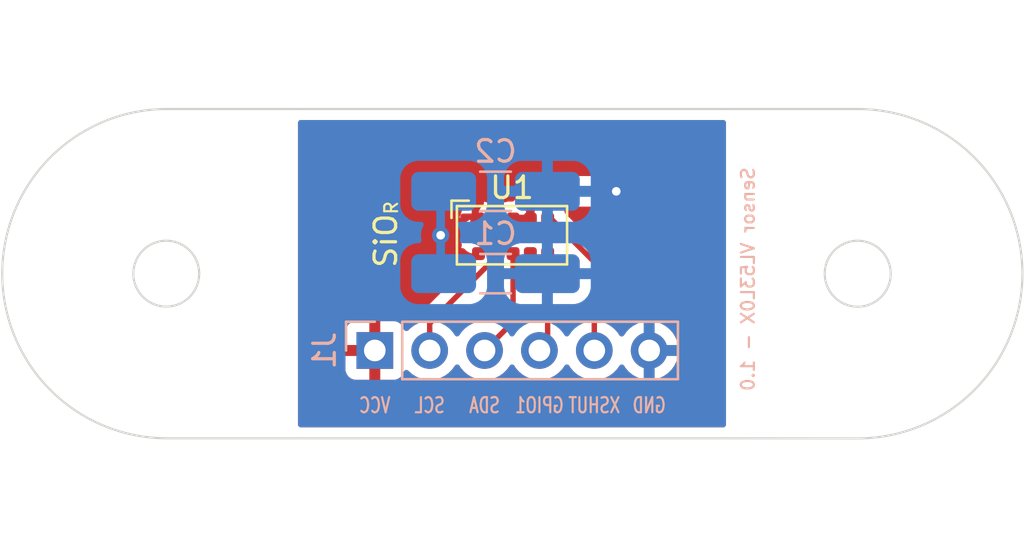
<source format=kicad_pcb>
(kicad_pcb (version 20211014) (generator pcbnew)
  (layers (0 "F.Cu" signal) (31 "B.Cu" signal) (34 "B.Paste" user) (35 "F.Paste" user) (36 "B.SilkS" user "B.Silkscreen") (37 "F.SilkS" user "F.Silkscreen") (38 "B.Mask" user) (39 "F.Mask" user) (44 "Edge.Cuts" user))
  (net 0 "")
  (net 1 "+3V3")
  (net 2 "GND")
  (net 3 "/XSHUT")
  (net 4 "/SCL")
  (net 5 "/SDA")
  (net 6 "/GPIO1")
  (footprint "Sensor_Distance:ST_VL53L1x" (layer "F.Cu") (at 148.59 98.298)
    (fp_text reference "U1" (at 0 -2.2) (layer "F.SilkS"))
    (fp_text value "VL53L1CXV0FY1")
    (fp_line (start 2.55 1.35) (end 2.55 -1.35) (layer "F.SilkS") (width 0.12))
    (fp_line (start -2.55 -1.35) (end -2.55 1.35) (layer "F.SilkS") (width 0.12))
    (fp_line (start 2.55 -1.35) (end -2.55 -1.35) (layer "F.SilkS") (width 0.12))
    (fp_line (start -2.8 -0.8) (end -2.8 -1.6) (layer "F.SilkS") (width 0.12))
    (fp_line (start -2.55 1.35) (end 2.55 1.35) (layer "F.SilkS") (width 0.12))
    (fp_line (start -2.8 -1.6) (end -2 -1.6) (layer "F.SilkS") (width 0.12))
    (pad "1" smd roundrect (at -1.69 -0.625) (size 0.48 0.35) (layers "F.Cu" "F.Paste" "F.Mask") (net 1 "+3V3"))
    (pad "1" smd roundrect (at -1.55 -0.75) (size 0.6 0.6) (layers "F.Cu" "F.Paste" "F.Mask") (net 1 "+3V3"))
    (pad "2" smd roundrect (at -0.75 -0.75) (size 0.6 0.6) (layers "F.Cu" "F.Paste" "F.Mask") (net 2 "GND"))
    (pad "3" smd roundrect (at 0.05 -0.75) (size 0.6 0.6) (layers "F.Cu" "F.Paste" "F.Mask") (net 2 "GND"))
    (pad "4" smd roundrect (at 0.85 -0.75) (size 0.6 0.6) (layers "F.Cu" "F.Paste" "F.Mask") (net 2 "GND"))
    (pad "5" smd roundrect (at 1.65 -0.75) (size 0.6 0.6) (layers "F.Cu" "F.Paste" "F.Mask") (net 3 "/XSHUT"))
    (pad "6" smd roundrect (at 1.65 0.05) (size 0.6 0.6) (layers "F.Cu" "F.Paste" "F.Mask") (net 2 "GND"))
    (pad "7" smd roundrect (at 1.65 0.85) (size 0.6 0.6) (layers "F.Cu" "F.Paste" "F.Mask") (net 6 "/GPIO1"))
    (pad "8" smd roundrect (at 0.85 0.85) (size 0.6 0.6) (layers "F.Cu" "F.Paste" "F.Mask"))
    (pad "9" smd roundrect (at 0.05 0.85) (size 0.6 0.6) (layers "F.Cu" "F.Paste" "F.Mask") (net 5 "/SDA"))
    (pad "10" smd roundrect (at -0.75 0.85) (size 0.6 0.6) (layers "F.Cu" "F.Paste" "F.Mask") (net 4 "/SCL"))
    (pad "11" smd roundrect (at -1.55 0.85) (size 0.6 0.6) (layers "F.Cu" "F.Paste" "F.Mask") (net 1 "+3V3"))
    (pad "12" smd roundrect (at -1.55 0.05) (size 0.6 0.6) (layers "F.Cu" "F.Paste" "F.Mask") (net 2 "GND"))
  )
  (footprint "Capacitor_SMD:C_1206_3216Metric_Pad1.33x1.80mm_HandSolder" (layer "B.Cu") (at 147.828 100.076 180)
    (fp_text reference "C1" (at 0 1.85) (layer "B.SilkS") (effects (justify mirror)))
    (fp_text value "100 nF")
    (fp_line (start -0.711252 -0.91) (end 0.711252 -0.91) (layer "B.SilkS") (width 0.12))
    (fp_line (start -0.711252 0.91) (end 0.711252 0.91) (layer "B.SilkS") (width 0.12))
    (pad "1" smd roundrect (at -2.4 0 180) (size 3 1.8) (layers "B.Cu" "B.Paste" "B.Mask") (roundrect_rratio 0.1886788889) (net 2 "GND"))
    (pad "2" smd roundrect (at 2.4 0 180) (size 3 1.8) (layers "B.Cu" "B.Paste" "B.Mask") (roundrect_rratio 0.1886788889) (net 1 "+3V3"))
  )
  (footprint "Capacitor_SMD:C_1206_3216Metric_Pad1.33x1.80mm_HandSolder" (layer "B.Cu") (at 147.828 96.266 180)
    (fp_text reference "C2" (at 0 1.85) (layer "B.SilkS") (effects (justify mirror)))
    (fp_text value "10 uF")
    (fp_line (start -0.711252 -0.91) (end 0.711252 -0.91) (layer "B.SilkS") (width 0.12))
    (fp_line (start -0.711252 0.91) (end 0.711252 0.91) (layer "B.SilkS") (width 0.12))
    (pad "1" smd roundrect (at -2.4 0 180) (size 3 1.8) (layers "B.Cu" "B.Paste" "B.Mask") (roundrect_rratio 0.1886788889) (net 2 "GND"))
    (pad "2" smd roundrect (at 2.4 0 180) (size 3 1.8) (layers "B.Cu" "B.Paste" "B.Mask") (roundrect_rratio 0.1886788889) (net 1 "+3V3"))
  )
  (footprint "Connector_PinHeader_2.54mm:PinHeader_1x06_P2.54mm_Vertical" (layer "B.Cu") (at 142.24 103.632 -90)
    (fp_text reference "J1" (at 0 2.33 -270) (layer "B.SilkS") (effects (justify mirror)))
    (fp_text value "Conn_01x06")
    (fp_line (start -1.33 -1.27) (end 1.33 -1.27) (layer "B.SilkS") (width 0.12))
    (fp_line (start 1.33 -1.27) (end 1.33 -14.03) (layer "B.SilkS") (width 0.12))
    (fp_line (start -1.33 1.33) (end 0 1.33) (layer "B.SilkS") (width 0.12))
    (fp_line (start -1.33 -14.03) (end 1.33 -14.03) (layer "B.SilkS") (width 0.12))
    (fp_line (start -1.33 0) (end -1.33 1.33) (layer "B.SilkS") (width 0.12))
    (fp_line (start -1.33 -1.27) (end -1.33 -14.03) (layer "B.SilkS") (width 0.12))
    (pad "1" thru_hole rect (at 0 0 270) (size 1.7 1.7) (drill 1) (layers *.Cu *.Mask) (net 1 "+3V3"))
    (pad "2" thru_hole oval (at 0 -2.54 270) (size 1.7 1.7) (drill 1) (layers *.Cu *.Mask) (net 4 "/SCL"))
    (pad "3" thru_hole oval (at 0 -5.08 270) (size 1.7 1.7) (drill 1) (layers *.Cu *.Mask) (net 5 "/SDA"))
    (pad "4" thru_hole oval (at 0 -7.62 270) (size 1.7 1.7) (drill 1) (layers *.Cu *.Mask) (net 6 "/GPIO1"))
    (pad "5" thru_hole oval (at 0 -10.16 270) (size 1.7 1.7) (drill 1) (layers *.Cu *.Mask) (net 3 "/XSHUT"))
    (pad "6" thru_hole oval (at 0 -12.7 270) (size 1.7 1.7) (drill 1) (layers *.Cu *.Mask) (net 2 "GND"))
  )
  (gr_arc (start 164.110069 98.630208) (mid 164.347888 98.571717) (end 164.592 98.552001) (layer "Edge.Cuts") (width 0.1))
  (gr_arc (start 134.112 100.076) (mid 131.083679 100.32012) (end 134.033793 99.594069) (layer "Edge.Cuts") (width 0.1))
  (gr_line (start 164.592 107.701738) (end 158.496 107.696) (layer "Edge.Cuts") (width 0.1))
  (gr_arc (start 164.592 92.456) (mid 172.215336 100.078869) (end 164.592 107.701738) (layer "Edge.Cuts") (width 0.1))
  (gr_arc (start 134.033792 99.594069) (mid 134.09232 99.831882) (end 134.111999 100.076) (layer "Edge.Cuts") (width 0.1))
  (gr_arc (start 132.588 107.696) (mid 124.968 100.076) (end 132.588 92.456) (layer "Edge.Cuts") (width 0.1))
  (gr_arc (start 164.592 98.552) (mid 164.837046 101.586022) (end 164.110069 98.630207) (layer "Edge.Cuts") (width 0.1))
  (gr_line (start 164.592 92.456) (end 158.496 92.456) (layer "Edge.Cuts") (width 0.1))
  (gr_line (start 138.684 107.696) (end 158.496 107.696) (layer "Edge.Cuts") (width 0.1))
  (gr_line (start 132.588 92.456) (end 138.684 92.456) (layer "Edge.Cuts") (width 0.1))
  (gr_line (start 138.684 92.456) (end 158.496 92.456) (layer "Edge.Cuts") (width 0.1))
  (gr_line (start 132.588 107.696) (end 138.684 107.696) (layer "Edge.Cuts") (width 0.1))
  (gr_text "SCL" (at 144.78 106.172) (layer "B.SilkS") (effects (font (size 0.7 0.5) (thickness 0.1)) (justify mirror)))
  (gr_text "Sensor VL53L0X - 1.0" (at 159.512 100.33 90) (layer "B.SilkS") (effects (font (size 0.6 0.6) (thickness 0.1)) (justify mirror)))
  (gr_text "XSHUT" (at 152.4 106.172) (layer "B.SilkS") (effects (font (size 0.7 0.5) (thickness 0.1)) (justify mirror)))
  (gr_text "SDA" (at 147.32 106.172) (layer "B.SilkS") (effects (font (size 0.7 0.5) (thickness 0.1)) (justify mirror)))
  (gr_text "VCC" (at 142.24 106.172) (layer "B.SilkS") (effects (font (size 0.7 0.5) (thickness 0.1)) (justify mirror)))
  (gr_text "GND" (at 154.94 106.172) (layer "B.SilkS") (effects (font (size 0.7 0.5) (thickness 0.1)) (justify mirror)))
  (gr_text "GPIO1" (at 149.86 106.172) (layer "B.SilkS") (effects (font (size 0.7 0.5) (thickness 0.1)) (justify mirror)))
  (gr_text "SiO" (at 142.748 98.552 90) (layer "F.SilkS") (effects (font (size 1 1))))
  (gr_text "R" (at 143.002 97.028 90) (layer "F.SilkS") (effects (font (size 0.6 0.6) (thickness 0.1))))
  (via (at 145.288 98.298) (size 0.8) (drill 0.4) (layers "F.Cu" "B.Cu") (net 1))
  (segment (start 145.288 98.298) (end 145.288 99.936) (width 0.4) (layer "B.Cu") (net 1))
  (segment (start 145.288 96.406) (end 145.428 96.266) (width 0.4) (layer "B.Cu") (net 1))
  (segment (start 145.288 98.298) (end 145.288 96.406) (width 0.4) (layer "B.Cu") (net 1))
  (segment (start 145.288 99.936) (end 145.428 100.076) (width 0.4) (layer "B.Cu") (net 1))
  (segment (start 147.04 98.348) (end 147.612 98.348) (width 0.4) (layer "F.Cu") (net 2))
  (segment (start 149.86 96.266) (end 153.416 96.266) (width 0.4) (layer "F.Cu") (net 2))
  (segment (start 149.44 97.548) (end 149.44 98.22) (width 0.4) (layer "F.Cu") (net 2))
  (segment (start 149.44 96.686) (end 149.86 96.266) (width 0.4) (layer "F.Cu") (net 2))
  (segment (start 147.84 98.12) (end 147.84 97.548) (width 0.4) (layer "F.Cu") (net 2))
  (segment (start 149.44 98.22) (end 149.568 98.348) (width 0.4) (layer "F.Cu") (net 2))
  (segment (start 147.84 97.548) (end 148.64 97.548) (width 0.4) (layer "F.Cu") (net 2))
  (segment (start 148.64 97.548) (end 149.44 97.548) (width 0.4) (layer "F.Cu") (net 2))
  (segment (start 149.568 98.348) (end 150.24 98.348) (width 0.4) (layer "F.Cu") (net 2))
  (segment (start 147.612 98.348) (end 147.84 98.12) (width 0.4) (layer "F.Cu") (net 2))
  (segment (start 149.44 97.548) (end 149.44 96.686) (width 0.4) (layer "F.Cu") (net 2))
  (via (at 153.416 96.266) (size 0.8) (drill 0.4) (layers "F.Cu" "B.Cu") (net 2))
  (segment (start 150.24 97.548) (end 150.411072 97.548) (width 0.25) (layer "F.Cu") (net 3))
  (segment (start 152.4 99.536928) (end 152.4 103.632) (width 0.25) (layer "F.Cu") (net 3))
  (segment (start 150.411072 97.548) (end 152.4 99.536928) (width 0.25) (layer "F.Cu") (net 3))
  (segment (start 144.78 102.379072) (end 144.78 103.632) (width 0.25) (layer "F.Cu") (net 4))
  (segment (start 147.84 99.319072) (end 144.78 102.379072) (width 0.25) (layer "F.Cu") (net 4))
  (segment (start 147.84 99.148) (end 147.84 99.319072) (width 0.25) (layer "F.Cu") (net 4))
  (segment (start 148.64 102.312) (end 147.32 103.632) (width 0.25) (layer "F.Cu") (net 5))
  (segment (start 148.64 99.148) (end 148.64 102.312) (width 0.25) (layer "F.Cu") (net 5))
  (segment (start 150.24 103.252) (end 149.86 103.632) (width 0.25) (layer "F.Cu") (net 6))
  (segment (start 150.24 99.148) (end 150.24 103.252) (width 0.25) (layer "F.Cu") (net 6))
  (zone (net 1) (net_name "+3V3") (layer "F.Cu") (connect_pads (clearance 0.508)) (min_thickness 0.254) (fill yes (thermal_gap 0.508) (thermal_bridge_width 0.508))
    (polygon (pts (xy 158.496 107.696) (xy 138.684 107.696) (xy 138.684 92.456) (xy 158.496 92.456)))
  )
  (zone (net 2) (net_name "GND") (layer "B.Cu") (connect_pads (clearance 0.508)) (min_thickness 0.254) (fill yes (thermal_gap 0.508) (thermal_bridge_width 0.508))
    (polygon (pts (xy 158.496 107.696) (xy 138.684 107.696) (xy 138.684 92.456) (xy 158.496 92.456)))
  )
)
</source>
